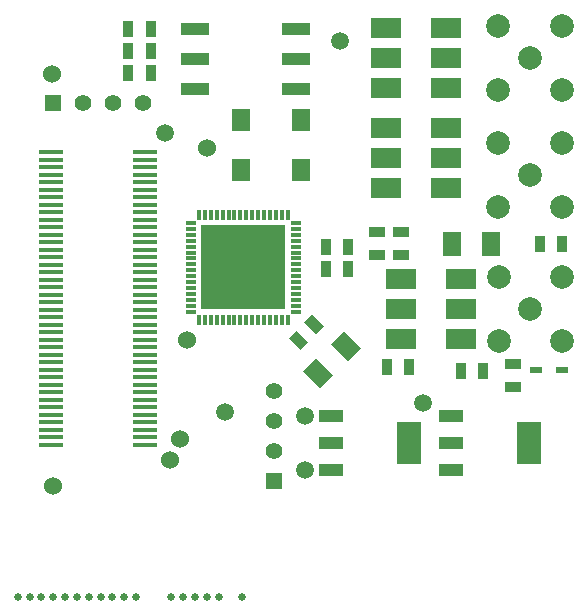
<source format=gts>
%FSLAX34Y34*%
G04 Gerber Fmt 3.4, Leading zero omitted, Abs format*
G04 (created by PCBNEW (2014-01-02 BZR 4600)-product) date Sun 26 Jan 2014 10:04:54 PM PST*
%MOIN*%
G01*
G70*
G90*
G04 APERTURE LIST*
%ADD10C,0.005906*%
%ADD11R,0.036000X0.012000*%
%ADD12R,0.012000X0.036000*%
%ADD13R,0.285000X0.285000*%
%ADD14C,0.025600*%
%ADD15R,0.035000X0.055000*%
%ADD16R,0.060000X0.080000*%
%ADD17R,0.055000X0.035000*%
%ADD18R,0.039400X0.023600*%
%ADD19R,0.061024X0.076772*%
%ADD20R,0.096063X0.044094*%
%ADD21R,0.100000X0.065000*%
%ADD22R,0.080000X0.144000*%
%ADD23R,0.080000X0.040000*%
%ADD24R,0.055000X0.055000*%
%ADD25C,0.055000*%
%ADD26R,0.078740X0.015748*%
%ADD27C,0.060000*%
%ADD28C,0.059100*%
%ADD29C,0.078700*%
G04 APERTURE END LIST*
G54D10*
G54D11*
X6045Y-7201D03*
X6045Y-7401D03*
X6045Y-7601D03*
X6045Y-7791D03*
X6045Y-7991D03*
X6045Y-8191D03*
X6045Y-8381D03*
X6045Y-8581D03*
X6045Y-8781D03*
X6045Y-8981D03*
X6045Y-9171D03*
X6045Y-9371D03*
X6045Y-9571D03*
X6045Y-9761D03*
X6045Y-9961D03*
X6045Y-10161D03*
G54D12*
X6315Y-10431D03*
X6515Y-10431D03*
X6715Y-10431D03*
X6905Y-10431D03*
X7105Y-10431D03*
X7305Y-10431D03*
X7495Y-10431D03*
X7695Y-10431D03*
X7895Y-10431D03*
X8095Y-10431D03*
X8285Y-10431D03*
X8485Y-10431D03*
X8685Y-10431D03*
X8875Y-10431D03*
X9075Y-10431D03*
X9275Y-10431D03*
G54D11*
X9545Y-10161D03*
X9545Y-9961D03*
X9545Y-9761D03*
X9545Y-9571D03*
X9545Y-9371D03*
X9545Y-9171D03*
X9545Y-8981D03*
X9545Y-8781D03*
X9545Y-8581D03*
X9545Y-8381D03*
X9545Y-8191D03*
X9545Y-7991D03*
X9545Y-7791D03*
X9545Y-7601D03*
X9545Y-7401D03*
X9545Y-7201D03*
G54D12*
X9275Y-6931D03*
X9075Y-6931D03*
X8875Y-6931D03*
X8685Y-6931D03*
X8485Y-6931D03*
X8285Y-6931D03*
X8095Y-6931D03*
X7895Y-6931D03*
X7695Y-6931D03*
X7495Y-6931D03*
X7305Y-6931D03*
X7105Y-6931D03*
X6905Y-6931D03*
X6715Y-6931D03*
X6515Y-6931D03*
X6315Y-6931D03*
G54D13*
X7795Y-8681D03*
G54D14*
X7755Y-19685D03*
X1062Y-19685D03*
X1456Y-19685D03*
X1850Y-19685D03*
X2243Y-19685D03*
X2637Y-19685D03*
X3031Y-19685D03*
X3424Y-19685D03*
X3818Y-19685D03*
X4212Y-19685D03*
X275Y-19685D03*
X5393Y-19685D03*
X5787Y-19685D03*
X6180Y-19685D03*
X6574Y-19685D03*
X6968Y-19685D03*
X669Y-19685D03*
G54D15*
X13327Y-11988D03*
X12577Y-11988D03*
G54D16*
X14743Y-7913D03*
X16043Y-7913D03*
G54D15*
X10530Y-8011D03*
X11280Y-8011D03*
G54D10*
G36*
X10076Y-10263D02*
X10465Y-10652D01*
X10217Y-10899D01*
X9828Y-10510D01*
X10076Y-10263D01*
X10076Y-10263D01*
G37*
G36*
X9546Y-10793D02*
X9934Y-11182D01*
X9687Y-11429D01*
X9298Y-11040D01*
X9546Y-10793D01*
X9546Y-10793D01*
G37*
G36*
X11136Y-10797D02*
X11702Y-11363D01*
X11278Y-11787D01*
X10712Y-11221D01*
X11136Y-10797D01*
X11136Y-10797D01*
G37*
G36*
X10217Y-11716D02*
X10783Y-12282D01*
X10359Y-12706D01*
X9793Y-12140D01*
X10217Y-11716D01*
X10217Y-11716D01*
G37*
G54D17*
X12244Y-7518D03*
X12244Y-8268D03*
G54D15*
X15038Y-12125D03*
X15788Y-12125D03*
G54D17*
X16791Y-12658D03*
X16791Y-11908D03*
G54D18*
X17559Y-12086D03*
X18425Y-12086D03*
G54D19*
X9700Y-3779D03*
X7700Y-3779D03*
X7700Y-5433D03*
X9700Y-5433D03*
G54D20*
X9559Y-2732D03*
X6169Y-2732D03*
X9559Y-1732D03*
X6169Y-1732D03*
X9559Y-732D03*
X6169Y-732D03*
G54D15*
X11280Y-8740D03*
X10530Y-8740D03*
X4705Y-2204D03*
X3955Y-2204D03*
X4705Y-1466D03*
X3955Y-1466D03*
X4705Y-728D03*
X3955Y-728D03*
G54D17*
X13051Y-7518D03*
X13051Y-8268D03*
G54D21*
X14559Y-2696D03*
X14559Y-1696D03*
X14559Y-696D03*
X12559Y-696D03*
X12559Y-1696D03*
X12559Y-2696D03*
X14559Y-6043D03*
X14559Y-5043D03*
X14559Y-4043D03*
X12559Y-4043D03*
X12559Y-5043D03*
X12559Y-6043D03*
G54D22*
X17323Y-14547D03*
G54D23*
X14723Y-14547D03*
X14723Y-15447D03*
X14723Y-13647D03*
G54D22*
X13307Y-14547D03*
G54D23*
X10707Y-14547D03*
X10707Y-15447D03*
X10707Y-13647D03*
G54D15*
X18426Y-7913D03*
X17676Y-7913D03*
G54D24*
X8809Y-15801D03*
G54D25*
X8809Y-14801D03*
X8809Y-13801D03*
X8809Y-12801D03*
G54D26*
X1377Y-4849D03*
X4527Y-4849D03*
X1377Y-5099D03*
X4527Y-5099D03*
X1377Y-5349D03*
X4527Y-5349D03*
X1377Y-5599D03*
X4527Y-5599D03*
X1377Y-5849D03*
X4527Y-5849D03*
X1377Y-6099D03*
X4527Y-6099D03*
X1377Y-6349D03*
X4527Y-6349D03*
X1377Y-6599D03*
X4527Y-6599D03*
X1377Y-6849D03*
X4527Y-6849D03*
X1377Y-7099D03*
X4527Y-7099D03*
X1377Y-7349D03*
X4527Y-7349D03*
X1377Y-7599D03*
X4527Y-7599D03*
X1377Y-7849D03*
X4527Y-7849D03*
X1377Y-8099D03*
X4527Y-8099D03*
X1377Y-8349D03*
X4527Y-8349D03*
X1377Y-8599D03*
X4527Y-8599D03*
X1377Y-8849D03*
X4527Y-8849D03*
X1377Y-9099D03*
X4527Y-9099D03*
X1377Y-9349D03*
X4527Y-9349D03*
X1377Y-9599D03*
X4527Y-9599D03*
X1377Y-9849D03*
X4527Y-9849D03*
X1377Y-10099D03*
X4527Y-10099D03*
X1377Y-10349D03*
X4527Y-10349D03*
X1377Y-10599D03*
X4527Y-10599D03*
X1377Y-10849D03*
X4527Y-10849D03*
X1377Y-11099D03*
X4527Y-11099D03*
X1377Y-11349D03*
X4527Y-11349D03*
X1377Y-11599D03*
X4527Y-11599D03*
X1377Y-11849D03*
X4527Y-11849D03*
X1377Y-12099D03*
X4527Y-12099D03*
X1377Y-12349D03*
X4527Y-12349D03*
X1377Y-12599D03*
X4527Y-12599D03*
X1377Y-12849D03*
X4527Y-12849D03*
X1377Y-13099D03*
X4527Y-13099D03*
X1377Y-13349D03*
X4527Y-13349D03*
X1377Y-13599D03*
X4527Y-13599D03*
X1377Y-13849D03*
X4527Y-13849D03*
X1377Y-14099D03*
X4527Y-14099D03*
X1377Y-14349D03*
X4527Y-14349D03*
X1377Y-14599D03*
X4527Y-14599D03*
G54D24*
X1452Y-3218D03*
G54D25*
X2452Y-3218D03*
X3452Y-3218D03*
X4452Y-3218D03*
G54D27*
X1437Y-15984D03*
X5669Y-14389D03*
G54D28*
X5187Y-4192D03*
G54D27*
X1427Y-2244D03*
X5334Y-15098D03*
G54D28*
X9842Y-15452D03*
X9842Y-13641D03*
G54D27*
X6564Y-4704D03*
X5905Y-11092D03*
G54D28*
X7165Y-13503D03*
X11023Y-1131D03*
X13779Y-13208D03*
G54D21*
X15051Y-11082D03*
X15051Y-10082D03*
X15051Y-9082D03*
X13051Y-9082D03*
X13051Y-10082D03*
X13051Y-11082D03*
G54D29*
X17362Y-10059D03*
X18425Y-11122D03*
X18425Y-8996D03*
X16299Y-8996D03*
X16299Y-11122D03*
X17342Y-5610D03*
X18405Y-6673D03*
X18405Y-4547D03*
X16279Y-4547D03*
X16279Y-6673D03*
X17342Y-1712D03*
X18405Y-2775D03*
X18405Y-649D03*
X16279Y-649D03*
X16279Y-2775D03*
M02*

</source>
